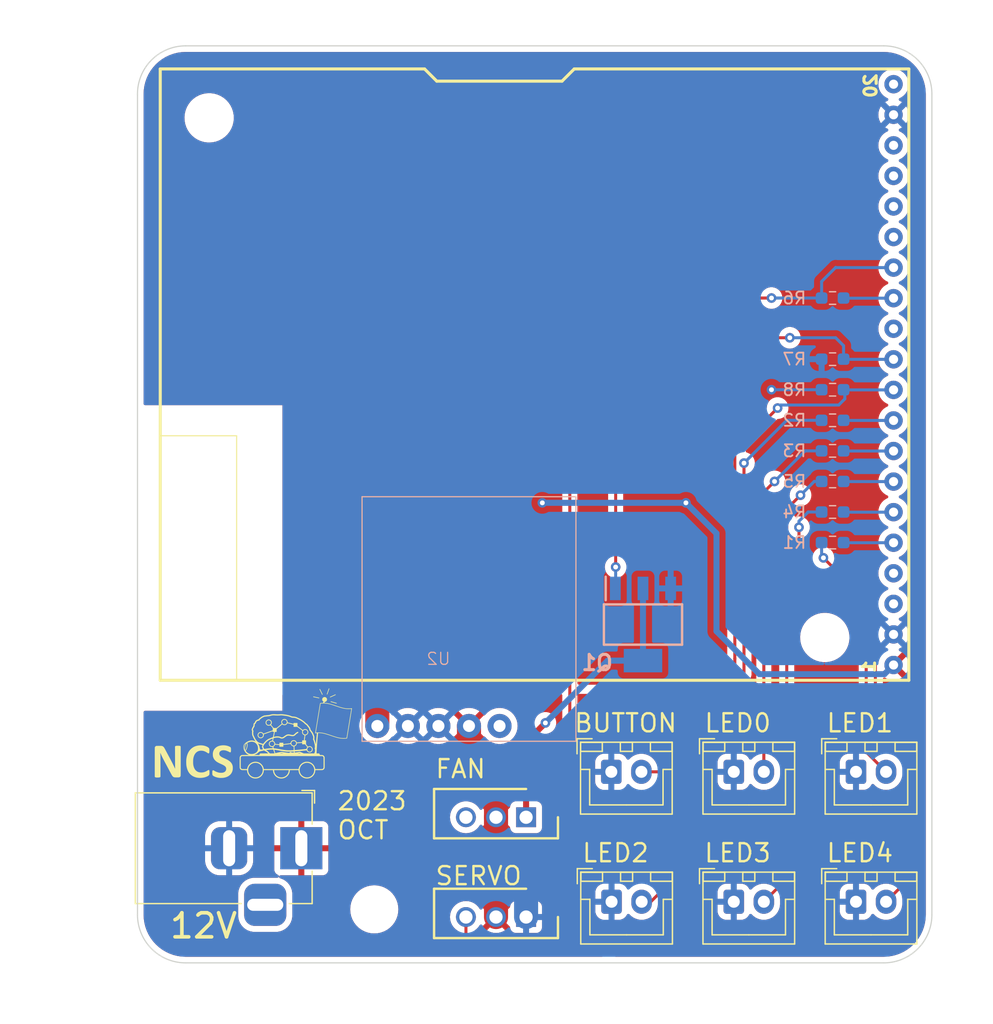
<source format=kicad_pcb>
(kicad_pcb (version 20221018) (generator pcbnew)
  (layers (0 "F.Cu" signal) (31 "B.Cu" signal) (34 "B.Paste" user) (35 "F.Paste" user) (36 "B.SilkS" user "B.Silkscreen") (37 "F.SilkS" user "F.Silkscreen") (38 "B.Mask" user) (39 "F.Mask" user) (44 "Edge.Cuts" user))
  (net 0 "")
  (net 1 "Earth")
  (net 2 "Net-(J1-Pin_2)")
  (net 3 "Net-(J2-Pin_2)")
  (net 4 "Net-(J3-Pin_2)")
  (net 5 "Net-(J4-Pin_2)")
  (net 6 "Net-(J5-Pin_2)")
  (net 7 "+12V")
  (net 8 "/SERVO_TRX")
  (net 9 "/FAN_GND")
  (net 10 "/FAN_EN")
  (net 11 "/LED0")
  (net 12 "/LED1")
  (net 13 "/LED2")
  (net 14 "/LED3")
  (net 15 "/LED4")
  (net 16 "Net-(U1-IO32)")
  (net 17 "+3V3")
  (net 22 "/BUTTON")
  (net 25 "+5V")
  (footprint "MountingHole:MountingHole_3.5mm" (layer "F.Cu") (at 76.2 101.6)
    (fp_text reference "H1" hide)
    (fp_text value "MountingHole_Pad")
    (pad "" np_thru_hole circle (at 0 0) (size 3.5 3.5) (drill 3.5) (layers "*.Cu" "*.Mask"))
  )
  (footprint "Connector_JST:JST_XH_B2B-XH-A_1x02_P2.50mm_Vertical" (layer "F.Cu") (at 116.245 90.17)
    (fp_text reference "J3" hide)
    (fp_text value "jst xh 2")
    (pad "1" thru_hole roundrect (at 0 0) (size 1.7 2) (drill 1) (layers "*.Cu" "*.Mask") (roundrect_rratio 0.147059) (net 1 "Earth"))
    (pad "2" thru_hole oval (at 2.5 0) (size 1.7 2) (drill 1) (layers "*.Cu" "*.Mask") (net 4 "Net-(J3-Pin_2)"))
  )
  (footprint "Connector_JST:JST_XH_B2B-XH-A_1x02_P2.50mm_Vertical" (layer "F.Cu") (at 106.085 90.17)
    (fp_text reference "J2" hide)
    (fp_text value "jst xh 2")
    (pad "1" thru_hole roundrect (at 0 0) (size 1.7 2) (drill 1) (layers "*.Cu" "*.Mask") (roundrect_rratio 0.147059) (net 1 "Earth"))
    (pad "2" thru_hole oval (at 2.5 0) (size 1.7 2) (drill 1) (layers "*.Cu" "*.Mask") (net 3 "Net-(J2-Pin_2)"))
  )
  (footprint "esp32-gateway:esp32-gateway" (layer "F.Cu") (at 58.4075 31.7625)
    (fp_text reference "U1" hide)
    (fp_text value "~")
    (fp_text user "20" (at 59.055 1.397 90 unlocked) (layer "F.SilkS") (effects (font (size 1.016 1.016) (thickness 0.254)) (justify mirror)))
    (fp_text user "1" (at 58.928 49.657 90 unlocked) (layer "F.SilkS") (effects (font (size 1.016 1.016) (thickness 0.254)) (justify mirror)))
    (pad "" np_thru_hole circle (at 4.064 4.064) (size 3.6 3.6) (drill 3.6) (layers "F&B.Cu" "*.Mask"))
    (pad "" np_thru_hole circle (at 55.245 47.244 90) (size 3.6 3.6) (drill 3.6) (layers "F&B.Cu" "*.Mask"))
    (pad "1" thru_hole circle (at 60.96 49.53) (size 1.524 1.524) (drill 0.762) (layers "*.Cu" "*.Mask") (net 17 "+3V3"))
    (pad "2" thru_hole circle (at 60.96 46.99) (size 1.524 1.524) (drill 0.762) (layers "*.Cu" "*.Mask") (net 1 "Earth"))
    (pad "3" thru_hole circle (at 60.96 44.45) (size 1.524 1.524) (drill 0.762) (layers "*.Cu" "*.Mask"))
    (pad "4" thru_hole circle (at 60.96 41.91) (size 1.524 1.524) (drill 0.762) (layers "*.Cu" "*.Mask"))
    (pad "5" thru_hole circle (at 60.96 39.37) (size 1.524 1.524) (drill 0.762) (layers "*.Cu" "*.Mask") (net 11 "/LED0"))
    (pad "6" thru_hole circle (at 60.96 36.83) (size 1.524 1.524) (drill 0.762) (layers "*.Cu" "*.Mask") (net 13 "/LED2"))
    (pad "7" thru_hole circle (at 60.96 34.29) (size 1.524 1.524) (drill 0.762) (layers "*.Cu" "*.Mask") (net 15 "/LED4"))
    (pad "8" thru_hole circle (at 60.96 31.75) (size 1.524 1.524) (drill 0.762) (layers "*.Cu" "*.Mask") (net 12 "/LED1"))
    (pad "9" thru_hole circle (at 60.96 29.21) (size 1.524 1.524) (drill 0.762) (layers "*.Cu" "*.Mask") (net 14 "/LED3"))
    (pad "10" thru_hole circle (at 60.96 26.67) (size 1.524 1.524) (drill 0.762) (layers "*.Cu" "*.Mask") (net 22 "/BUTTON"))
    (pad "11" thru_hole circle (at 60.96 24.13) (size 1.524 1.524) (drill 0.762) (layers "*.Cu" "*.Mask") (net 10 "/FAN_EN"))
    (pad "12" thru_hole circle (at 60.96 21.59) (size 1.524 1.524) (drill 0.762) (layers "*.Cu" "*.Mask"))
    (pad "13" thru_hole circle (at 60.96 19.05) (size 1.524 1.524) (drill 0.762) (layers "*.Cu" "*.Mask") (net 16 "Net-(U1-IO32)"))
    (pad "14" thru_hole circle (at 60.96 16.51) (size 1.524 1.524) (drill 0.762) (layers "*.Cu" "*.Mask") (net 8 "/SERVO_TRX"))
    (pad "15" thru_hole circle (at 60.96 13.97) (size 1.524 1.524) (drill 0.762) (layers "*.Cu" "*.Mask"))
    (pad "16" thru_hole circle (at 60.96 11.43) (size 1.524 1.524) (drill 0.762) (layers "*.Cu" "*.Mask"))
    (pad "17" thru_hole circle (at 60.96 8.89) (size 1.524 1.524) (drill 0.762) (layers "*.Cu" "*.Mask"))
    (pad "18" thru_hole circle (at 60.96 6.35) (size 1.524 1.524) (drill 0.762) (layers "*.Cu" "*.Mask"))
    (pad "19" thru_hole circle (at 60.96 3.81) (size 1.524 1.524) (drill 0.762) (layers "*.Cu" "*.Mask") (net 1 "Earth"))
    (pad "20" thru_hole circle (at 60.96 1.27) (size 1.524 1.524) (drill 0.762) (layers "*.Cu" "*.Mask") (net 25 "+5V"))
    (zone (net 0) (net_name "") (layers "*.Cu") (connect_pads (clearance 0)) (min_thickness 0.25)
      (keepout (tracks not_allowed) (vias not_allowed) (pads not_allowed) (copperpour not_allowed) (footprints allowed))
      (fill (thermal_gap 0.5) (thermal_bridge_width 0.5))
      (polygon (pts (xy 68.5675 59.7025) (xy 68.5675 85.1025) (xy 54.5975 85.1025) (xy 54.5975 59.7025)))
    )
  )
  (footprint "Connector_JST:JST_XH_B2B-XH-A_1x02_P2.50mm_Vertical" (layer "F.Cu") (at 106.085 100.965)
    (fp_text reference "J5" hide)
    (fp_text value "jst xh 2")
    (pad "1" thru_hole roundrect (at 0 0) (size 1.7 2) (drill 1) (layers "*.Cu" "*.Mask") (roundrect_rratio 0.147059) (net 1 "Earth"))
    (pad "2" thru_hole oval (at 2.5 0) (size 1.7 2) (drill 1) (layers "*.Cu" "*.Mask") (net 6 "Net-(J5-Pin_2)"))
  )
  (footprint "LOGO" (layer "F.Cu") (at 66.04 86.995)
    (fp_text reference "G***" hide)
    (fp_text value "LOGO" hide)
  )
  (footprint "440052-3:SHDR3W64P0X250_1X3_1000X380X630P" (layer "F.Cu") (at 88.82 93.945 180)
    (fp_text reference "J7" hide)
    (fp_text value "440052-3" hide)
    (pad "1" thru_hole rect (at 0 0 180) (size 1.65 1.65) (drill 1.1) (layers "*.Cu" "*.Mask") (net 9 "/FAN_GND"))
    (pad "2" thru_hole circle (at 2.5 0 180) (size 1.65 1.65) (drill 1.1) (layers "*.Cu" "*.Mask") (net 7 "+12V"))
    (pad "3" thru_hole circle (at 5 0 180) (size 1.65 1.65) (drill 1.1) (layers "*.Cu" "*.Mask"))
  )
  (footprint "440052-3:SHDR3W64P0X250_1X3_1000X380X630P" (layer "F.Cu") (at 88.82 102.235 180)
    (fp_text reference "J6" hide)
    (fp_text value "440052-3" hide)
    (pad "1" thru_hole rect (at 0 0 180) (size 1.65 1.65) (drill 1.1) (layers "*.Cu" "*.Mask") (net 1 "Earth"))
    (pad "2" thru_hole circle (at 2.5 0 180) (size 1.65 1.65) (drill 1.1) (layers "*.Cu" "*.Mask") (net 7 "+12V"))
    (pad "3" thru_hole circle (at 5 0 180) (size 1.65 1.65) (drill 1.1) (layers "*.Cu" "*.Mask") (net 8 "/SERVO_TRX"))
  )
  (footprint "Connector_JST:JST_XH_B2B-XH-A_1x02_P2.50mm_Vertical" (layer "F.Cu") (at 95.905 90.17)
    (fp_text reference "J9" hide)
    (fp_text value "jst xh 2")
    (pad "1" thru_hole roundrect (at 0 0) (size 1.7 2) (drill 1) (layers "*.Cu" "*.Mask") (roundrect_rratio 0.147059) (net 1 "Earth"))
    (pad "2" thru_hole oval (at 2.5 0) (size 1.7 2) (drill 1) (layers "*.Cu" "*.Mask") (net 22 "/BUTTON"))
  )
  (footprint "Connector_BarrelJack:BarrelJack_Horizontal" (layer "F.Cu") (at 70.135 96.52)
    (fp_text reference "J8" hide)
    (fp_text value "pwr_in")
    (pad "1" thru_hole rect (at 0 0) (size 3.5 3.5) (drill oval 1 3) (layers "*.Cu" "*.Mask") (net 7 "+12V"))
    (pad "2" thru_hole roundrect (at -6 0) (size 3 3.5) (drill oval 1 3) (layers "*.Cu" "*.Mask") (net 1 "Earth"))
    (pad "3" thru_hole roundrect (at -3 4.7) (size 3.5 3.5) (drill oval 3 1) (layers "*.Cu" "*.Mask"))
  )
  (footprint "Connector_JST:JST_XH_B2B-XH-A_1x02_P2.50mm_Vertical" (layer "F.Cu") (at 116.245 100.965)
    (fp_text reference "J4" hide)
    (fp_text value "jst xh 2")
    (pad "1" thru_hole roundrect (at 0 0) (size 1.7 2) (drill 1) (layers "*.Cu" "*.Mask") (roundrect_rratio 0.147059) (net 1 "Earth"))
    (pad "2" thru_hole oval (at 2.5 0) (size 1.7 2) (drill 1) (layers "*.Cu" "*.Mask") (net 5 "Net-(J4-Pin_2)"))
  )
  (footprint "Connector_JST:JST_XH_B2B-XH-A_1x02_P2.50mm_Vertical" (layer "F.Cu") (at 95.925 100.965)
    (fp_text reference "J1" hide)
    (fp_text value "jst xh 2")
    (pad "1" thru_hole roundrect (at 0 0) (size 1.7 2) (drill 1) (layers "*.Cu" "*.Mask") (roundrect_rratio 0.147059) (net 1 "Earth"))
    (pad "2" thru_hole oval (at 2.5 0) (size 1.7 2) (drill 1) (layers "*.Cu" "*.Mask") (net 2 "Net-(J1-Pin_2)"))
  )
  (footprint "Resistor_SMD:R_0603_1608Metric_Pad0.98x0.95mm_HandSolder" (layer "B.Cu") (at 114.3 68.58)
    (fp_text reference "R4" (at -3.175 0) (layer "B.SilkS") (effects (justify mirror)))
    (fp_text value "80")
    (pad "1" smd roundrect (at -0.9125 0) (size 0.975 0.95) (layers "B.Cu" "B.Paste" "B.Mask") (net 4 "Net-(J3-Pin_2)"))
    (pad "2" smd roundrect (at 0.9125 0) (size 0.975 0.95) (layers "B.Cu" "B.Paste" "B.Mask") (net 13 "/LED2"))
  )
  (footprint "BUK9832-55A_CUX:SOT230P700X180-4N" (layer "B.Cu") (at 98.538 77.93 -90)
    (fp_text reference "Q1" (at 3.175 3.81) (layer "B.SilkS") (effects (font (size 1.27 1.27) (thickness 0.254)) (justify mirror)))
    (fp_text value "BUK9832-55A_CUX" hide)
    (pad "1" smd rect (at -3 2.3 180) (size 0.9 1.95) (layers "B.Cu" "B.Paste" "B.Mask") (net 10 "/FAN_EN"))
    (pad "2" smd rect (at -3 0 180) (size 0.9 1.95) (layers "B.Cu" "B.Paste" "B.Mask") (net 9 "/FAN_GND"))
    (pad "3" smd rect (at -3 -2.3 180) (size 0.9 1.95) (layers "B.Cu" "B.Paste" "B.Mask") (net 1 "Earth"))
    (pad "4" smd rect (at 3 0 270) (size 1.95 3.2) (layers "B.Cu" "B.Paste" "B.Mask") (net 9 "/FAN_GND"))
  )
  (footprint "Resistor_SMD:R_0603_1608Metric_Pad0.98x0.95mm_HandSolder" (layer "B.Cu") (at 114.3 55.88 180)
    (fp_text reference "R7" (at 3.175 0) (layer "B.SilkS") (effects (justify mirror)))
    (fp_text value "1k")
    (pad "1" smd roundrect (at -0.9125 0 180) (size 0.975 0.95) (layers "B.Cu" "B.Paste" "B.Mask") (net 10 "/FAN_EN"))
    (pad "2" smd roundrect (at 0.9125 0 180) (size 0.975 0.95) (layers "B.Cu" "B.Paste" "B.Mask") (net 1 "Earth"))
  )
  (footprint "Resistor_SMD:R_0603_1608Metric_Pad0.98x0.95mm_HandSolder" (layer "B.Cu") (at 114.3 63.5)
    (fp_text reference "R3" (at -3.175 0) (layer "B.SilkS") (effects (justify mirror)))
    (fp_text value "80")
    (pad "1" smd roundrect (at -0.9125 0) (size 0.975 0.95) (layers "B.Cu" "B.Paste" "B.Mask") (net 3 "Net-(J2-Pin_2)"))
    (pad "2" smd roundrect (at 0.9125 0) (size 0.975 0.95) (layers "B.Cu" "B.Paste" "B.Mask") (net 12 "/LED1"))
  )
  (footprint "Resistor_SMD:R_0603_1608Metric_Pad0.98x0.95mm_HandSolder" (layer "B.Cu") (at 114.3 66.04)
    (fp_text reference "R5" (at -3.175 0) (layer "B.SilkS") (effects (justify mirror)))
    (fp_text value "80")
    (pad "1" smd roundrect (at -0.9125 0) (size 0.975 0.95) (layers "B.Cu" "B.Paste" "B.Mask") (net 6 "Net-(J5-Pin_2)"))
    (pad "2" smd roundrect (at 0.9125 0) (size 0.975 0.95) (layers "B.Cu" "B.Paste" "B.Mask") (net 15 "/LED4"))
  )
  (footprint "Resistor_SMD:R_0603_1608Metric_Pad0.98x0.95mm_HandSolder" (layer "B.Cu") (at 114.3 50.8 180)
    (fp_text reference "R6" (at 3.175 0) (layer "B.SilkS") (effects (justify mirror)))
    (fp_text value "500")
    (pad "1" smd roundrect (at -0.9125 0 180) (size 0.975 0.95) (layers "B.Cu" "B.Paste" "B.Mask") (net 16 "Net-(U1-IO32)"))
    (pad "2" smd roundrect (at 0.9125 0 180) (size 0.975 0.95) (layers "B.Cu" "B.Paste" "B.Mask") (net 8 "/SERVO_TRX"))
  )
  (footprint "Resistor_SMD:R_0603_1608Metric_Pad0.98x0.95mm_HandSolder" (layer "B.Cu") (at 114.3 71.12)
    (fp_text reference "R1" (at -3.175 0) (layer "B.SilkS") (effects (justify mirror)))
    (fp_text value "80")
    (pad "1" smd roundrect (at -0.9125 0) (size 0.975 0.95) (layers "B.Cu" "B.Paste" "B.Mask") (net 5 "Net-(J4-Pin_2)"))
    (pad "2" smd roundrect (at 0.9125 0) (size 0.975 0.95) (layers "B.Cu" "B.Paste" "B.Mask") (net 11 "/LED0"))
  )
  (footprint "Resistor_SMD:R_0603_1608Metric_Pad0.98x0.95mm_HandSolder" (layer "B.Cu") (at 114.3 58.42)
    (fp_text reference "R8" (at -3.17652 0) (layer "B.SilkS") (effects (justify mirror)))
    (fp_text value "10k")
    (pad "1" smd roundrect (at -0.9125 0) (size 0.975 0.95) (layers "B.Cu" "B.Paste" "B.Mask") (net 17 "+3V3"))
    (pad "2" smd roundrect (at 0.9125 0) (size 0.975 0.95) (layers "B.Cu" "B.Paste" "B.Mask") (net 22 "/BUTTON"))
  )
  (footprint "esp32-gateway:polulu-durin" (layer "B.Cu") (at 81.534 81.28 180)
    (fp_text reference "U2" (at 0 0.5 unlocked) (layer "B.SilkS") (effects (font (thickness 0.1)) (justify mirror)))
    (fp_text value "~")
    (pad "1" thru_hole circle (at -5.08 -5.08 180) (size 2 2) (drill 1) (layers "*.Cu" "*.Mask"))
    (pad "2" thru_hole circle (at -2.54 -5.08 180) (size 2 2) (drill 1) (layers "*.Cu" "*.Mask") (net 7 "+12V"))
    (pad "3" thru_hole circle (at 0 -5.08 180) (size 2 2) (drill 1) (layers "*.Cu" "*.Mask") (net 1 "Earth"))
    (pad "4" thru_hole circle (at 2.54 -5.08 180) (size 2 2) (drill 1) (layers "*.Cu" "*.Mask") (net 1 "Earth"))
    (pad "5" thru_hole circle (at 5.08 -5.08 180) (size 2 2) (drill 1) (layers "*.Cu" "*.Mask") (net 17 "+3V3"))
  )
  (footprint "Resistor_SMD:R_0603_1608Metric_Pad0.98x0.95mm_HandSolder" (layer "B.Cu") (at 114.3 60.96)
    (fp_text reference "R2" (at -3.175 0) (layer "B.SilkS") (effects (justify mirror)))
    (fp_text value "80")
    (pad "1" smd roundrect (at -0.9125 0) (size 0.975 0.95) (layers "B.Cu" "B.Paste" "B.Mask") (net 2 "Net-(J1-Pin_2)"))
    (pad "2" smd roundrect (at 0.9125 0) (size 0.975 0.95) (layers "B.Cu" "B.Paste" "B.Mask") (net 14 "/LED3"))
  )
  (gr_arc (start 118.555 29.845) (mid 121.383427 31.016573) (end 122.555 33.845) (stroke (width 0.1)) (layer "Edge.Cuts"))
  (gr_arc (start 60.515 106.045) (mid 57.686573 104.873427) (end 56.515 102.045) (stroke (width 0.1)) (layer "Edge.Cuts"))
  (gr_line (start 60.515 29.845) (end 118.555 29.845) (stroke (width 0.1)) (layer "Edge.Cuts"))
  (gr_line (start 56.515 102.045) (end 56.515 33.845) (stroke (width 0.1)) (layer "Edge.Cuts"))
  (gr_line (start 122.555 33.845) (end 122.555 102.045) (stroke (width 0.1)) (layer "Edge.Cuts"))
  (gr_arc (start 122.555 102.045) (mid 121.383427 104.873427) (end 118.555 106.045) (stroke (width 0.1)) (layer "Edge.Cuts"))
  (gr_arc (start 56.515 33.845) (mid 57.686573 31.016573) (end 60.515 29.845) (stroke (width 0.1)) (layer "Edge.Cuts"))
  (gr_line (start 118.555 106.045) (end 60.515 106.045) (stroke (width 0.1)) (layer "Edge.Cuts"))
  (gr_text "LED0" (at 103.535 86.995) (layer "F.SilkS") (effects (font (size 1.5 1.5) (thickness 0.2)) (justify left bottom)))
  (gr_text "FAN" (at 81.17 90.805) (layer "F.SilkS") (effects (font (size 1.5 1.5) (thickness 0.2)) (justify left bottom)))
  (gr_text "LED3" (at 103.525 97.79) (layer "F.SilkS") (effects (font (size 1.5 1.5) (thickness 0.2)) (justify left bottom)))
  (gr_text "2023\nOCT" (at 73.025 95.885) (layer "F.SilkS") (effects (font (size 1.5 1.5) (thickness 0.2)) (justify left bottom)))
  (gr_text "SERVO" (at 81.17 99.695) (layer "F.SilkS") (effects (font (size 1.5 1.5) (thickness 0.2)) (justify left bottom)))
  (gr_text "LED2" (at 93.375 97.79) (layer "F.SilkS") (effects (font (size 1.5 1.5) (thickness 0.2)) (justify left bottom)))
  (gr_text "LED1" (at 113.685 86.995) (layer "F.SilkS") (effects (font (size 1.5 1.5) (thickness 0.2)) (justify left bottom)))
  (gr_text "12V" (at 59.055 104.14) (layer "F.SilkS") (effects (font (size 2 2) (thickness 0.3)) (justify left bottom)))
  (gr_text "LED4" (at 113.685 97.79) (layer "F.SilkS") (effects (font (size 1.5 1.5) (thickness 0.2)) (justify left bottom)))
  (gr_text "BUTTON" (at 92.71 86.995) (layer "F.SilkS") (effects (font (size 1.5 1.5) (thickness 0.2)) (justify left bottom)))
  (segment (start 88.82 102.235) (end 88.82 98.505) (width 2) (layer "B.Cu") (net 1))
  (segment (start 88.82 98.505) (end 88.9 98.425) (width 2) (layer "B.Cu") (net 1))
  (segment (start 106.934 82.042) (end 103.124 85.852) (width 0.25) (layer "F.Cu") (net 2))
  (segment (start 99.187 100.965) (end 98.425 100.965) (width 0.25) (layer "F.Cu") (net 2))
  (segment (start 103.124 85.852) (end 103.124 97.028) (width 0.25) (layer "F.Cu") (net 2))
  (segment (start 106.934 64.516) (end 106.934 82.042) (width 0.25) (layer "F.Cu") (net 2))
  (segment (start 103.124 97.028) (end 99.187 100.965) (width 0.25) (layer "F.Cu") (net 2))
  (via (at 106.934 64.516) (size 0.8) (drill 0.4) (layers "F.Cu" "B.Cu") (net 2))
  (segment (start 110.49 60.96) (end 106.934 64.516) (width 0.25) (layer "B.Cu") (net 2))
  (segment (start 113.3875 60.96) (end 110.49 60.96) (width 0.25) (layer "B.Cu") (net 2))
  (segment (start 109.474 66.04) (end 108.585 66.929) (width 0.25) (layer "F.Cu") (net 3))
  (segment (start 108.585 66.929) (end 108.585 90.17) (width 0.25) (layer "F.Cu") (net 3))
  (via (at 109.474 66.04) (size 0.8) (drill 0.4) (layers "F.Cu" "B.Cu") (net 3))
  (segment (start 113.3875 63.5) (end 112.014 63.5) (width 0.25) (layer "B.Cu") (net 3))
  (segment (start 112.014 63.5) (end 109.474 66.04) (width 0.25) (layer "B.Cu") (net 3))
  (segment (start 117.094 88.519) (end 117.094 77.724) (width 0.25) (layer "F.Cu") (net 4))
  (segment (start 117.094 77.724) (end 117.094 77.47) (width 0.25) (layer "F.Cu") (net 4))
  (segment (start 117.094 77.47) (end 115.316 75.692) (width 0.25) (layer "F.Cu") (net 4))
  (segment (start 111.506 71.882) (end 111.506 69.85) (width 0.25) (layer "F.Cu") (net 4))
  (segment (start 118.745 90.17) (end 117.094 88.519) (width 0.25) (layer "F.Cu") (net 4))
  (segment (start 115.316 75.692) (end 111.506 71.882) (width 0.25) (layer "F.Cu") (net 4))
  (via (at 111.506 69.85) (size 0.8) (drill 0.4) (layers "F.Cu" "B.Cu") (net 4))
  (segment (start 111.506 69.85) (end 111.506 69.342) (width 0.25) (layer "B.Cu") (net 4))
  (segment (start 111.506 69.342) (end 112.268 68.58) (width 0.25) (layer "B.Cu") (net 4))
  (segment (start 112.268 68.58) (end 113.3875 68.58) (width 0.25) (layer "B.Cu") (net 4))
  (segment (start 117.856 83.312) (end 117.856 78.232) (width 0.25) (layer "F.Cu") (net 5))
  (segment (start 120.904 98.044) (end 120.904 86.36) (width 0.25) (layer "F.Cu") (net 5))
  (segment (start 117.856 76.708) (end 113.538 72.39) (width 0.25) (layer "F.Cu") (net 5))
  (segment (start 118.745 100.965) (end 120.904 98.806) (width 0.25) (layer "F.Cu") (net 5))
  (segment (start 117.856 78.232) (end 117.856 76.708) (width 0.25) (layer "F.Cu") (net 5))
  (segment (start 118.618 84.074) (end 117.856 83.312) (width 0.25) (layer "F.Cu") (net 5))
  (segment (start 120.904 86.36) (end 118.618 84.074) (width 0.25) (layer "F.Cu") (net 5))
  (segment (start 120.904 98.806) (end 120.904 98.044) (width 0.25) (layer "F.Cu") (net 5))
  (via (at 113.538 72.39) (size 0.8) (drill 0.4) (layers "F.Cu" "B.Cu") (net 5))
  (segment (start 113.3875 71.12) (end 113.3875 72.2395) (width 0.25) (layer "B.Cu") (net 5))
  (segment (start 113.3875 72.2395) (end 113.538 72.39) (width 0.25) (layer "B.Cu") (net 5))
  (segment (start 111.633 67.183) (end 110.49 68.326) (width 0.25) (layer "F.Cu") (net 6))
  (segment (start 110.49 68.326) (end 110.49 99.06) (width 0.25) (layer "F.Cu") (net 6))
  (segment (start 110.49 99.06) (end 108.585 100.965) (width 0.25) (layer "F.Cu") (net 6))
  (via (at 111.633 67.183) (size 0.8) (drill 0.4) (layers "F.Cu" "B.Cu") (net 6))
  (segment (start 111.633 67.183) (end 112.776 66.04) (width 0.25) (layer "B.Cu") (net 6))
  (segment (start 112.776 66.04) (end 113.3875 66.04) (width 0.25) (layer "B.Cu") (net 6))
  (segment (start 86.32 102.235) (end 86.32 97.536) (width 2) (layer "F.Cu") (net 7))
  (segment (start 86.32 97.536) (end 86.32 93.945) (width 2) (layer "F.Cu") (net 7))
  (segment (start 84.074 89.408) (end 84.074 86.36) (width 2) (layer "F.Cu") (net 7))
  (segment (start 86.32 91.654) (end 84.074 89.408) (width 2) (layer "F.Cu") (net 7))
  (segment (start 86.32 93.945) (end 86.32 91.654) (width 2) (layer "F.Cu") (net 7))
  (segment (start 83.82 103.632) (end 83.82 102.235) (width 0.25) (layer "F.Cu") (net 8))
  (segment (start 92.456 103.378) (end 91.186 104.648) (width 0.25) (layer "F.Cu") (net 8))
  (segment (start 92.456 59.436) (end 92.456 103.378) (width 0.25) (layer "F.Cu") (net 8))
  (segment (start 84.836 104.648) (end 83.82 103.632) (width 0.25) (layer "F.Cu") (net 8))
  (segment (start 101.092 50.8) (end 92.456 59.436) (width 0.25) (layer "F.Cu") (net 8))
  (segment (start 109.22 50.8) (end 101.092 50.8) (width 0.25) (layer "F.Cu") (net 8))
  (segment (start 91.186 104.648) (end 84.836 104.648) (width 0.25) (layer "F.Cu") (net 8))
  (via (at 109.22 50.8) (size 0.8) (drill 0.4) (layers "F.Cu" "B.Cu") (net 8))
  (segment (start 114.5665 48.2725) (end 119.3675 48.2725) (width 0.25) (layer "B.Cu") (net 8))
  (segment (start 113.3875 50.8) (end 113.3875 49.4265) (width 0.25) (layer "B.Cu") (net 8))
  (segment (start 113.3875 49.4265) (end 114.554 48.26) (width 0.25) (layer "B.Cu") (net 8))
  (segment (start 114.554 48.26) (end 114.5665 48.2725) (width 0.25) (layer "B.Cu") (net 8))
  (segment (start 113.3875 50.8) (end 109.22 50.8) (width 0.25) (layer "B.Cu") (net 8))
  (segment (start 88.82 87.71) (end 88.82 93.945) (width 0.5) (layer "F.Cu") (net 9))
  (segment (start 90.424 86.106) (end 88.82 87.71) (width 0.5) (layer "F.Cu") (net 9))
  (via (at 90.424 86.106) (size 0.8) (drill 0.4) (layers "F.Cu" "B.Cu") (net 9))
  (segment (start 98.538 80.93) (end 98.538 74.93) (width 0.5) (layer "B.Cu") (net 9))
  (segment (start 95.6 80.93) (end 90.424 86.106) (width 0.5) (layer "B.Cu") (net 9))
  (segment (start 98.538 80.93) (end 95.6 80.93) (width 0.5) (layer "B.Cu") (net 9))
  (segment (start 96.266 60.452) (end 96.266 73.152) (width 0.25) (layer "F.Cu") (net 10))
  (segment (start 102.616 54.102) (end 96.266 60.452) (width 0.25) (layer "F.Cu") (net 10))
  (segment (start 110.744 54.102) (end 102.616 54.102) (width 0.25) (layer "F.Cu") (net 10))
  (via (at 110.744 54.102) (size 0.8) (drill 0.4) (layers "F.Cu" "B.Cu") (net 10))
  (via (at 96.266 73.152) (size 0.8) (drill 0.4) (layers "F.Cu" "B.Cu") (net 10))
  (segment (start 115.2125 55.88) (end 115.2125 54.7605) (width 0.25) (layer "B.Cu") (net 10))
  (segment (start 115.2125 54.7605) (end 114.554 54.102) (width 0.25) (layer "B.Cu") (net 10))
  (segment (start 96.266 74.902) (end 96.238 74.93) (width 0.25) (layer "B.Cu") (net 10))
  (segment (start 115.2125 55.88) (end 115.225 55.8925) (width 0.25) (layer "B.Cu") (net 10))
  (segment (start 115.225 55.8925) (end 119.3675 55.8925) (width 0.25) (layer "B.Cu") (net 10))
  (segment (start 114.554 54.102) (end 110.744 54.102) (width 0.25) (layer "B.Cu") (net 10))
  (segment (start 96.266 73.152) (end 96.266 74.902) (width 0.25) (layer "B.Cu") (net 10))
  (segment (start 115.2125 71.12) (end 115.225 71.1325) (width 0.25) (layer "B.Cu") (net 11))
  (segment (start 115.225 71.1325) (end 119.3675 71.1325) (width 0.25) (layer "B.Cu") (net 11))
  (segment (start 115.2125 63.5) (end 115.225 63.5125) (width 0.25) (layer "B.Cu") (net 12))
  (segment (start 115.225 63.5125) (end 119.3675 63.5125) (width 0.25) (layer "B.Cu") (net 12))
  (segment (start 115.225 68.5925) (end 119.3675 68.5925) (width 0.25) (layer "B.Cu") (net 13))
  (segment (start 115.2125 68.58) (end 115.225 68.5925) (width 0.25) (layer "B.Cu") (net 13))
  (segment (start 115.2125 60.96) (end 115.225 60.9725) (width 0.25) (layer "B.Cu") (net 14))
  (segment (start 115.225 60.9725) (end 119.3675 60.9725) (width 0.25) (layer "B.Cu") (net 14))
  (segment (start 115.2125 66.04) (end 115.225 66.0525) (width 0.25) (layer "B.Cu") (net 15))
  (segment (start 115.225 66.0525) (end 119.3675 66.0525) (width 0.25) (layer "B.Cu") (net 15))
  (segment (start 115.225 50.8125) (end 119.3675 50.8125) (width 0.25) (layer "B.Cu") (net 16))
  (segment (start 115.2125 50.8) (end 115.225 50.8125) (width 0.25) (layer "B.Cu") (net 16))
  (segment (start 76.454 86.36) (end 76.454 84.074) (width 2) (layer "F.Cu") (net 17))
  (segment (start 76.454 72.644) (end 81.28 67.818) (width 0.5) (layer "F.Cu") (net 17))
  (segment (start 76.454 82.804) (end 76.454 72.644) (width 0.5) (layer "F.Cu") (net 17))
  (segment (start 81.28 67.818) (end 90.17 67.818) (width 0.5) (layer "F.Cu") (net 17))
  (segment (start 76.454 84.074) (end 76.454 82.804) (width 2) (layer "F.Cu") (net 17))
  (segment (start 102.108 62.484) (end 102.108 67.818) (width 0.25) (layer "F.Cu") (net 17))
  (segment (start 109.22 58.42) (end 106.172 58.42) (width 0.25) (layer "F.Cu") (net 17))
  (segment (start 106.172 58.42) (end 102.108 62.484) (width 0.25) (layer "F.Cu") (net 17))
  (via (at 102.108 67.818) (size 0.8) (drill 0.4) (layers "F.Cu" "B.Cu") (net 17))
  (via (at 90.17 67.818) (size 0.8) (drill 0.4) (layers "F.Cu" "B.Cu") (net 17))
  (via (at 109.22 58.42) (size 0.8) (drill 0.4) (layers "F.Cu" "B.Cu") (net 17))
  (segment (start 108.216499 82.054499) (end 104.648 78.486) (width 0.5) (layer "B.Cu") (net 17))
  (segment (start 113.3875 58.42) (end 109.22 58.42) (width 0.25) (layer "B.Cu") (net 17))
  (segment (start 119.3675 81.2925) (end 118.605501 82.054499) (width 0.5) (layer "B.Cu") (net 17))
  (segment (start 118.605501 82.054499) (end 108.216499 82.054499) (width 0.5) (layer "B.Cu") (net 17))
  (segment (start 90.17 67.818) (end 102.108 67.818) (width 0.5) (layer "B.Cu") (net 17))
  (segment (start 104.648 70.358) (end 102.108 67.818) (width 0.5) (layer "B.Cu") (net 17))
  (segment (start 104.648 78.486) (end 104.648 70.358) (width 0.5) (layer "B.Cu") (net 17))
  (segment (start 98.405 90.17) (end 100.33 90.17) (width 0.25) (layer "F.Cu") (net 22))
  (segment (start 106.172 63.5) (end 109.728 59.944) (width 0.25) (layer "F.Cu") (net 22))
  (segment (start 102.362 85.344) (end 106.172 81.534) (width 0.25) (layer "F.Cu") (net 22))
  (segment (start 106.172 81.534) (end 106.172 80.772) (width 0.25) (layer "F.Cu") (net 22))
  (segment (start 100.33 90.17) (end 101.6 88.9) (width 0.25) (layer "F.Cu") (net 22))
  (segment (start 106.172 80.772) (end 106.172 63.5) (width 0.25) (layer "F.Cu") (net 22))
  (segment (start 101.6 88.9) (end 102.362 88.138) (width 0.25) (layer "F.Cu") (net 22))
  (segment (start 102.362 88.138) (end 102.362 85.344) (width 0.25) (layer "F.Cu") (net 22))
  (via (at 109.728 59.944) (size 0.8) (drill 0.4) (layers "F.Cu" "B.Cu") (net 22))
  (segment (start 115.316 59.182) (end 114.808 59.69) (width 0.25) (layer "B.Cu") (net 22))
  (segment (start 109.982 59.69) (end 109.728 59.944) (width 0.25) (layer "B.Cu") (net 22))
  (segment (start 114.808 59.69) (end 109.982 59.69) (width 0.25) (layer "B.Cu") (net 22))
  (segment (start 115.225 58.4325) (end 119.3675 58.4325) (width 0.25) (layer "B.Cu") (net 22))
  (segment (start 115.2125 58.42) (end 115.225 58.4325) (width 0.25) (layer "B.Cu") (net 22))
  (segment (start 115.2125 58.42) (end 115.316 58.5235) (width 0.25) (layer "B.Cu") (net 22))
  (segment (start 115.316 58.5235) (end 115.316 59.182) (width 0.25) (layer "B.Cu") (net 22))
  (zone (net 17) (net_name "+3V3") (layer "F.Cu") (priority 2) (connect_pads (clearance 0.5)) (min_thickness 0.25) (fill yes (thermal_gap 0.5) (thermal_bridge_width 0.5))
    (polygon (pts (xy 45.085 82.931) (xy 96.139 82.931) (xy 96.139 111.125) (xy 127.635 111.125) (xy 127.635 26.035) (xy 45.085 26.035)))
  )
  (zone (net 7) (net_name "+12V") (layer "F.Cu") (priority 1) (connect_pads (clearance 0.5)) (min_thickness 0.25) (fill yes (thermal_gap 0.5) (thermal_bridge_width 0.5))
    (polygon (pts (xy 95.25 109.22) (xy 95.25 83.693) (xy 52.07 83.693) (xy 52.07 109.22)))
  )
  (zone (net 1) (net_name "Earth") (layer "B.Cu") (connect_pads (clearance 0.5)) (min_thickness 0.25) (fill yes (thermal_gap 0.5) (thermal_bridge_width 0.5))
    (polygon (pts (xy 53.34 28.575) (xy 124.46 28.575) (xy 124.46 107.95) (xy 53.34 107.95)))
  )
)
</source>
